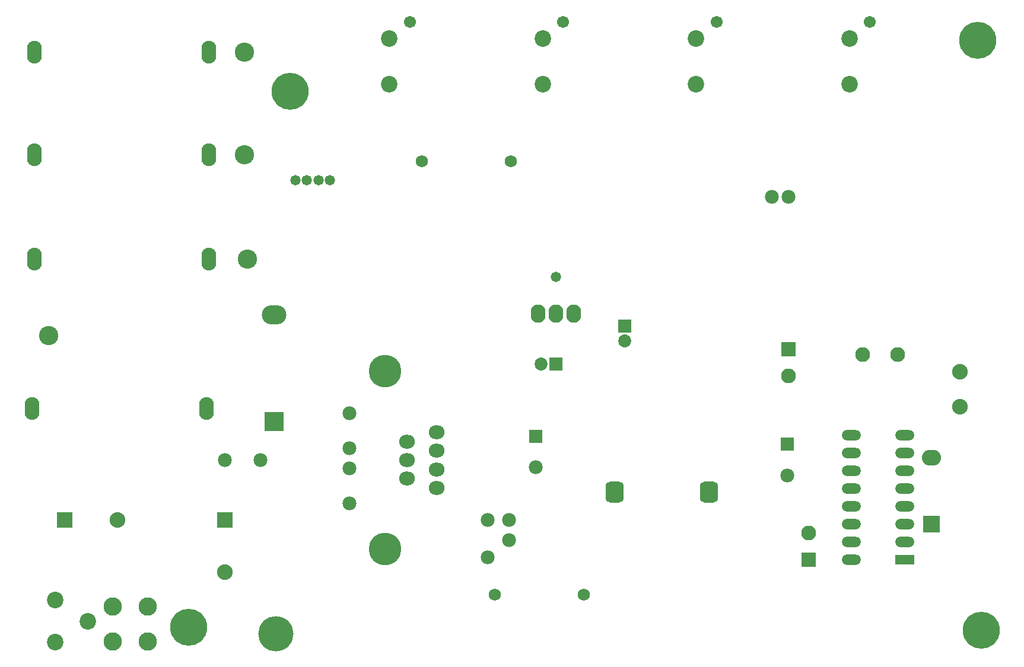
<source format=gts>
G04 Layer_Color=8388736*
%FSLAX25Y25*%
%MOIN*%
G70*
G01*
G75*
%ADD49C,0.10800*%
%ADD50R,0.08800X0.08800*%
%ADD51C,0.08800*%
%ADD52R,0.08800X0.08800*%
%ADD53C,0.09300*%
%ADD54C,0.06706*%
%ADD55R,0.10800X0.10800*%
%ADD56O,0.13800X0.10800*%
%ADD57C,0.07800*%
%ADD58O,0.08300X0.12800*%
%ADD59C,0.18300*%
G04:AMPARAMS|DCode=60|XSize=103mil|YSize=118mil|CornerRadius=27.75mil|HoleSize=0mil|Usage=FLASHONLY|Rotation=0.000|XOffset=0mil|YOffset=0mil|HoleType=Round|Shape=RoundedRectangle|*
%AMROUNDEDRECTD60*
21,1,0.10300,0.06250,0,0,0.0*
21,1,0.04750,0.11800,0,0,0.0*
1,1,0.05550,0.02375,-0.03125*
1,1,0.05550,-0.02375,-0.03125*
1,1,0.05550,-0.02375,0.03125*
1,1,0.05550,0.02375,0.03125*
%
%ADD60ROUNDEDRECTD60*%
%ADD61C,0.06800*%
%ADD62C,0.20800*%
%ADD63C,0.10300*%
%ADD64C,0.19800*%
%ADD65O,0.08800X0.07800*%
%ADD66R,0.10800X0.05800*%
%ADD67O,0.10800X0.05800*%
%ADD68O,0.08300X0.10300*%
%ADD69C,0.08300*%
%ADD70R,0.08300X0.08300*%
%ADD71O,0.10800X0.08800*%
%ADD72R,0.09300X0.09300*%
%ADD73R,0.07300X0.07300*%
%ADD74C,0.07300*%
%ADD75R,0.07300X0.07300*%
%ADD76R,0.07800X0.07800*%
%ADD77C,0.05800*%
D49*
X16000Y179500D02*
D03*
X127500Y222500D02*
D03*
X126000Y281250D02*
D03*
Y339000D02*
D03*
D50*
X25000Y76000D02*
D03*
D51*
X54500D02*
D03*
X115000Y46500D02*
D03*
X528000Y159185D02*
D03*
Y139500D02*
D03*
D52*
X115000Y76000D02*
D03*
D53*
X207449Y320955D02*
D03*
Y346545D02*
D03*
X293616Y320955D02*
D03*
Y346545D02*
D03*
X379782Y320955D02*
D03*
Y346545D02*
D03*
X465949Y320955D02*
D03*
Y346545D02*
D03*
X19500Y7200D02*
D03*
X38000Y19000D02*
D03*
X19500Y30800D02*
D03*
D54*
X218945Y355797D02*
D03*
X305112D02*
D03*
X391278D02*
D03*
X477445D02*
D03*
D55*
X142500Y131250D02*
D03*
D56*
Y191250D02*
D03*
D57*
X422200Y257500D02*
D03*
X431800D02*
D03*
X262500Y55000D02*
D03*
Y76000D02*
D03*
X185000Y85200D02*
D03*
Y105000D02*
D03*
Y136000D02*
D03*
Y116200D02*
D03*
X115000Y109500D02*
D03*
X135000D02*
D03*
X274500Y64500D02*
D03*
Y76000D02*
D03*
X431000Y101000D02*
D03*
X289500Y105500D02*
D03*
D58*
X104500Y138500D02*
D03*
X6500D02*
D03*
X106000Y222500D02*
D03*
X8000D02*
D03*
X106000Y281250D02*
D03*
X8000D02*
D03*
Y339000D02*
D03*
X106000D02*
D03*
D59*
X205000Y59500D02*
D03*
Y159500D02*
D03*
D60*
X387000Y91500D02*
D03*
X334000D02*
D03*
D61*
X316500Y34000D02*
D03*
X266500D02*
D03*
X275500Y277500D02*
D03*
X225500D02*
D03*
D62*
X94500Y15500D02*
D03*
X540000Y14000D02*
D03*
X538000Y345500D02*
D03*
X151500Y317000D02*
D03*
D63*
X52000Y27185D02*
D03*
X71685D02*
D03*
X52000Y7500D02*
D03*
X71685D02*
D03*
D64*
X143500Y12000D02*
D03*
D65*
X234100Y93825D02*
D03*
Y104275D02*
D03*
Y125175D02*
D03*
Y114725D02*
D03*
X217450Y109500D02*
D03*
Y119950D02*
D03*
Y99050D02*
D03*
D66*
X497000Y53500D02*
D03*
D67*
Y63500D02*
D03*
Y73500D02*
D03*
Y83500D02*
D03*
Y93500D02*
D03*
Y103500D02*
D03*
Y113500D02*
D03*
Y123500D02*
D03*
X467000Y53500D02*
D03*
Y63500D02*
D03*
Y73500D02*
D03*
Y83500D02*
D03*
Y93500D02*
D03*
Y103500D02*
D03*
Y113500D02*
D03*
Y123500D02*
D03*
D68*
X291000Y192000D02*
D03*
X301000D02*
D03*
X311000D02*
D03*
D69*
X431500Y157000D02*
D03*
X443000Y68500D02*
D03*
X473315Y169000D02*
D03*
X493000D02*
D03*
D70*
X431500Y172000D02*
D03*
X443000Y53500D02*
D03*
D71*
X512000Y110975D02*
D03*
D72*
Y73475D02*
D03*
D73*
X301000Y163500D02*
D03*
D74*
X292500D02*
D03*
X339500Y176500D02*
D03*
D75*
Y185000D02*
D03*
D76*
X431000Y118500D02*
D03*
X289500Y123000D02*
D03*
D77*
X301000Y212500D02*
D03*
X154500Y267000D02*
D03*
X174000D02*
D03*
X161000D02*
D03*
X167500D02*
D03*
M02*

</source>
